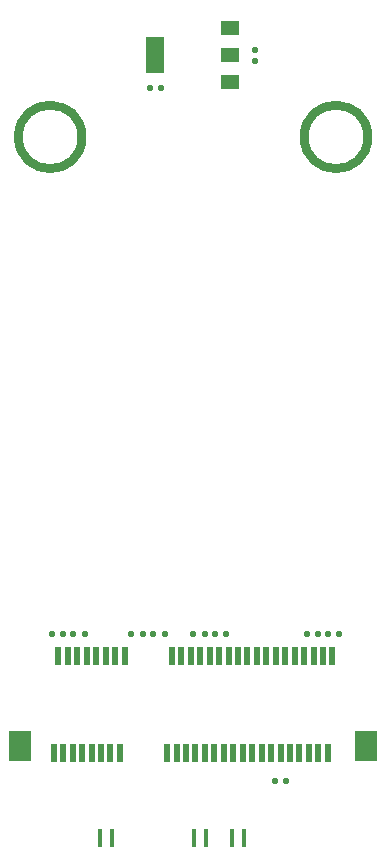
<source format=gtp>
%TF.GenerationSoftware,KiCad,Pcbnew,(6.0.2)*%
%TF.CreationDate,2022-02-24T00:22:58+01:00*%
%TF.ProjectId,mini-pcie-breakout,6d696e69-2d70-4636-9965-2d627265616b,rev?*%
%TF.SameCoordinates,Original*%
%TF.FileFunction,Paste,Top*%
%TF.FilePolarity,Positive*%
%FSLAX46Y46*%
G04 Gerber Fmt 4.6, Leading zero omitted, Abs format (unit mm)*
G04 Created by KiCad (PCBNEW (6.0.2)) date 2022-02-24 00:22:58*
%MOMM*%
%LPD*%
G01*
G04 APERTURE LIST*
G04 Aperture macros list*
%AMRoundRect*
0 Rectangle with rounded corners*
0 $1 Rounding radius*
0 $2 $3 $4 $5 $6 $7 $8 $9 X,Y pos of 4 corners*
0 Add a 4 corners polygon primitive as box body*
4,1,4,$2,$3,$4,$5,$6,$7,$8,$9,$2,$3,0*
0 Add four circle primitives for the rounded corners*
1,1,$1+$1,$2,$3*
1,1,$1+$1,$4,$5*
1,1,$1+$1,$6,$7*
1,1,$1+$1,$8,$9*
0 Add four rect primitives between the rounded corners*
20,1,$1+$1,$2,$3,$4,$5,0*
20,1,$1+$1,$4,$5,$6,$7,0*
20,1,$1+$1,$6,$7,$8,$9,0*
20,1,$1+$1,$8,$9,$2,$3,0*%
G04 Aperture macros list end*
%ADD10C,0.750000*%
%ADD11RoundRect,0.081000X-0.135000X-0.175000X0.135000X-0.175000X0.135000X0.175000X-0.135000X0.175000X0*%
%ADD12RoundRect,0.084000X-0.140000X-0.164000X0.140000X-0.164000X0.140000X0.164000X-0.140000X0.164000X0*%
%ADD13RoundRect,0.084000X-0.164000X0.140000X-0.164000X-0.140000X0.164000X-0.140000X0.164000X0.140000X0*%
%ADD14RoundRect,0.075000X-0.125000X-0.725000X0.125000X-0.725000X0.125000X0.725000X-0.125000X0.725000X0*%
%ADD15R,0.480000X1.600000*%
%ADD16R,1.840000X2.560000*%
%ADD17R,1.600000X1.200000*%
%ADD18R,1.600000X3.040000*%
%ADD19RoundRect,0.084000X0.140000X0.164000X-0.140000X0.164000X-0.140000X-0.164000X0.140000X-0.164000X0*%
G04 APERTURE END LIST*
D10*
X50640725Y-38650000D02*
G75*
G03*
X50640725Y-38650000I-2690725J0D01*
G01*
X74840725Y-38650000D02*
G75*
G03*
X74840725Y-38650000I-2690725J0D01*
G01*
D11*
%TO.C,R1*%
X54800000Y-80710000D03*
X55820000Y-80710000D03*
%TD*%
D12*
%TO.C,C10*%
X56670000Y-80700000D03*
X57630000Y-80700000D03*
%TD*%
%TO.C,C9*%
X56389999Y-34500000D03*
X57349999Y-34500000D03*
%TD*%
D13*
%TO.C,C8*%
X65250000Y-32250000D03*
X65250000Y-31290000D03*
%TD*%
D14*
%TO.C,J4*%
X53150000Y-98000000D03*
X52150000Y-98000000D03*
%TD*%
%TO.C,J3*%
X63350000Y-98000000D03*
X64350000Y-98000000D03*
%TD*%
%TO.C,J2*%
X60150000Y-98000000D03*
X61150000Y-98000000D03*
%TD*%
D15*
%TO.C,J1*%
X48250000Y-90800000D03*
X48650000Y-82600000D03*
X49050000Y-90800000D03*
X49450000Y-82600000D03*
X49850000Y-90800000D03*
X50250000Y-82600000D03*
X50650000Y-90800000D03*
X51050000Y-82600000D03*
X51450000Y-90800000D03*
X51850000Y-82600000D03*
X52250000Y-90800000D03*
X52650000Y-82600000D03*
X53050000Y-90800000D03*
X53450000Y-82600000D03*
X53850000Y-90800000D03*
X54250000Y-82600000D03*
X57850000Y-90800000D03*
X58250000Y-82600000D03*
X58650000Y-90800000D03*
X59050000Y-82600000D03*
X59450000Y-90800000D03*
X59850000Y-82600000D03*
X60250000Y-90800000D03*
X60650000Y-82600000D03*
X61050000Y-90800000D03*
X61450000Y-82600000D03*
X61850000Y-90800000D03*
X62250000Y-82600000D03*
X62650000Y-90800000D03*
X63050000Y-82600000D03*
X63450000Y-90800000D03*
X63850000Y-82600000D03*
X64250000Y-90800000D03*
X64650000Y-82600000D03*
X65050000Y-90800000D03*
X65450000Y-82600000D03*
X65850000Y-90800000D03*
X66250000Y-82600000D03*
X66650000Y-90800000D03*
X67050000Y-82600000D03*
X67450000Y-90800000D03*
X67850000Y-82600000D03*
X68250000Y-90800000D03*
X68650000Y-82600000D03*
X69050000Y-90800000D03*
X69450000Y-82600000D03*
X69850000Y-90800000D03*
X70250000Y-82600000D03*
X70650000Y-90800000D03*
X71050000Y-82600000D03*
X71450000Y-90800000D03*
X71850000Y-82600000D03*
D16*
X74700000Y-90200000D03*
X45400000Y-90200000D03*
%TD*%
D17*
%TO.C,U1*%
X63150000Y-34000000D03*
D18*
X56850000Y-31700000D03*
D17*
X63150000Y-31700000D03*
X63150000Y-29400000D03*
%TD*%
D19*
%TO.C,C7*%
X50880000Y-80700000D03*
X49920000Y-80700000D03*
%TD*%
%TO.C,C6*%
X62830000Y-80700000D03*
X61870000Y-80700000D03*
%TD*%
D12*
%TO.C,C5*%
X48070000Y-80700000D03*
X49030000Y-80700000D03*
%TD*%
%TO.C,C4*%
X66970000Y-93150000D03*
X67930000Y-93150000D03*
%TD*%
D19*
%TO.C,C3*%
X71470000Y-80700000D03*
X72430000Y-80700000D03*
%TD*%
D12*
%TO.C,C2*%
X69670000Y-80700000D03*
X70630000Y-80700000D03*
%TD*%
%TO.C,C1*%
X60070000Y-80700000D03*
X61030000Y-80700000D03*
%TD*%
M02*

</source>
